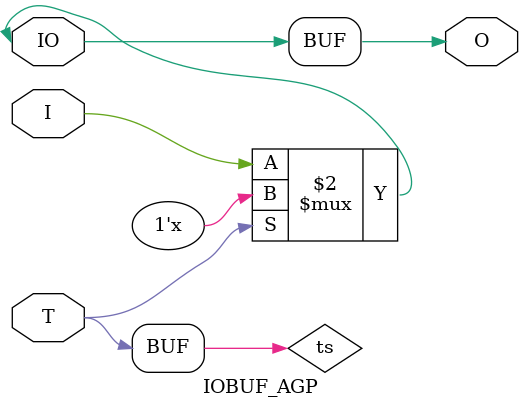
<source format=v>

/*

FUNCTION	: INPUT TRI-STATE OUTPUT BUFFER

*/

`celldefine
`timescale  100 ps / 10 ps

module IOBUF_AGP (O, IO, I, T);

    output O;

    inout  IO;

    input  I, T;

    or O1 (ts, 1'b0, T);
    bufif0 T1 (IO, I, ts);

    buf B1 (O, IO);

endmodule

</source>
